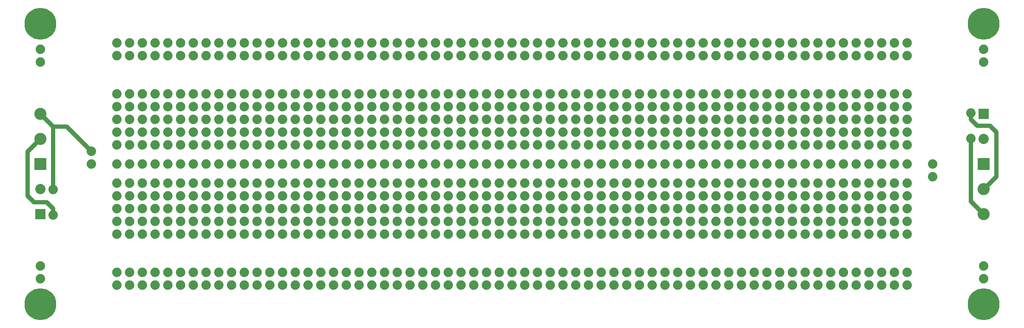
<source format=gbr>
G04 EAGLE Gerber RS-274X export*
G75*
%MOMM*%
%FSLAX34Y34*%
%LPD*%
%INTop Copper*%
%IPPOS*%
%AMOC8*
5,1,8,0,0,1.08239X$1,22.5*%
G01*
%ADD10C,6.350000*%
%ADD11C,1.879600*%
%ADD12R,2.413000X2.413000*%
%ADD13C,2.413000*%
%ADD14R,2.032000X2.032000*%
%ADD15C,2.032000*%
%ADD16C,0.812800*%


D10*
X38100Y38100D03*
X38100Y596900D03*
X1917700Y38100D03*
X1917700Y596900D03*
D11*
X317500Y177800D03*
X317500Y203200D03*
X317500Y228600D03*
X317500Y254000D03*
X317500Y279400D03*
X190500Y177800D03*
X190500Y203200D03*
X190500Y228600D03*
X190500Y254000D03*
X190500Y279400D03*
X215900Y177800D03*
X215900Y203200D03*
X215900Y228600D03*
X215900Y254000D03*
X215900Y279400D03*
X241300Y177800D03*
X241300Y203200D03*
X241300Y228600D03*
X241300Y254000D03*
X241300Y279400D03*
X266700Y177800D03*
X266700Y203200D03*
X266700Y228600D03*
X266700Y254000D03*
X266700Y279400D03*
X292100Y177800D03*
X292100Y203200D03*
X292100Y228600D03*
X292100Y254000D03*
X292100Y279400D03*
X342900Y177800D03*
X342900Y203200D03*
X342900Y228600D03*
X342900Y254000D03*
X342900Y279400D03*
X368300Y177800D03*
X368300Y203200D03*
X368300Y228600D03*
X368300Y254000D03*
X368300Y279400D03*
X393700Y177800D03*
X393700Y203200D03*
X393700Y228600D03*
X393700Y254000D03*
X393700Y279400D03*
X419100Y177800D03*
X419100Y203200D03*
X419100Y228600D03*
X419100Y254000D03*
X419100Y279400D03*
X444500Y177800D03*
X444500Y203200D03*
X444500Y228600D03*
X444500Y254000D03*
X444500Y279400D03*
X469900Y177800D03*
X469900Y203200D03*
X469900Y228600D03*
X469900Y254000D03*
X469900Y279400D03*
X495300Y177800D03*
X495300Y203200D03*
X495300Y228600D03*
X495300Y254000D03*
X495300Y279400D03*
X520700Y177800D03*
X520700Y203200D03*
X520700Y228600D03*
X520700Y254000D03*
X520700Y279400D03*
X546100Y177800D03*
X546100Y203200D03*
X546100Y228600D03*
X546100Y254000D03*
X546100Y279400D03*
X571500Y177800D03*
X571500Y203200D03*
X571500Y228600D03*
X571500Y254000D03*
X571500Y279400D03*
X596900Y177800D03*
X596900Y203200D03*
X596900Y228600D03*
X596900Y254000D03*
X596900Y279400D03*
X622300Y177800D03*
X622300Y203200D03*
X622300Y228600D03*
X622300Y254000D03*
X622300Y279400D03*
X647700Y177800D03*
X647700Y203200D03*
X647700Y228600D03*
X647700Y254000D03*
X647700Y279400D03*
X673100Y177800D03*
X673100Y203200D03*
X673100Y228600D03*
X673100Y254000D03*
X673100Y279400D03*
X698500Y177800D03*
X698500Y203200D03*
X698500Y228600D03*
X698500Y254000D03*
X698500Y279400D03*
X723900Y177800D03*
X723900Y203200D03*
X723900Y228600D03*
X723900Y254000D03*
X723900Y279400D03*
X749300Y177800D03*
X749300Y203200D03*
X749300Y228600D03*
X749300Y254000D03*
X749300Y279400D03*
X774700Y177800D03*
X774700Y203200D03*
X774700Y228600D03*
X774700Y254000D03*
X774700Y279400D03*
X800100Y177800D03*
X800100Y203200D03*
X800100Y228600D03*
X800100Y254000D03*
X800100Y279400D03*
X825500Y177800D03*
X825500Y203200D03*
X825500Y228600D03*
X825500Y254000D03*
X825500Y279400D03*
X850900Y177800D03*
X850900Y203200D03*
X850900Y228600D03*
X850900Y254000D03*
X850900Y279400D03*
X876300Y177800D03*
X876300Y203200D03*
X876300Y228600D03*
X876300Y254000D03*
X876300Y279400D03*
X901700Y177800D03*
X901700Y203200D03*
X901700Y228600D03*
X901700Y254000D03*
X901700Y279400D03*
X927100Y177800D03*
X927100Y203200D03*
X927100Y228600D03*
X927100Y254000D03*
X927100Y279400D03*
X190500Y355600D03*
X190500Y381000D03*
X190500Y406400D03*
X190500Y431800D03*
X190500Y457200D03*
X215900Y355600D03*
X215900Y381000D03*
X215900Y406400D03*
X215900Y431800D03*
X215900Y457200D03*
X241300Y355600D03*
X241300Y381000D03*
X241300Y406400D03*
X241300Y431800D03*
X241300Y457200D03*
X266700Y355600D03*
X266700Y381000D03*
X266700Y406400D03*
X266700Y431800D03*
X266700Y457200D03*
X292100Y355600D03*
X292100Y381000D03*
X292100Y406400D03*
X292100Y431800D03*
X292100Y457200D03*
X317500Y355600D03*
X317500Y381000D03*
X317500Y406400D03*
X317500Y431800D03*
X317500Y457200D03*
X342900Y355600D03*
X342900Y381000D03*
X342900Y406400D03*
X342900Y431800D03*
X342900Y457200D03*
X368300Y355600D03*
X368300Y381000D03*
X368300Y406400D03*
X368300Y431800D03*
X368300Y457200D03*
X393700Y355600D03*
X393700Y381000D03*
X393700Y406400D03*
X393700Y431800D03*
X393700Y457200D03*
X419100Y355600D03*
X419100Y381000D03*
X419100Y406400D03*
X419100Y431800D03*
X419100Y457200D03*
X444500Y355600D03*
X444500Y381000D03*
X444500Y406400D03*
X444500Y431800D03*
X444500Y457200D03*
X495300Y355600D03*
X495300Y381000D03*
X495300Y406400D03*
X495300Y431800D03*
X495300Y457200D03*
X469900Y355600D03*
X469900Y381000D03*
X469900Y406400D03*
X469900Y431800D03*
X469900Y457200D03*
X520700Y355600D03*
X520700Y381000D03*
X520700Y406400D03*
X520700Y431800D03*
X520700Y457200D03*
X546100Y355600D03*
X546100Y381000D03*
X546100Y406400D03*
X546100Y431800D03*
X546100Y457200D03*
X571500Y355600D03*
X571500Y381000D03*
X571500Y406400D03*
X571500Y431800D03*
X571500Y457200D03*
X596900Y355600D03*
X596900Y381000D03*
X596900Y406400D03*
X596900Y431800D03*
X596900Y457200D03*
X622300Y355600D03*
X622300Y381000D03*
X622300Y406400D03*
X622300Y431800D03*
X622300Y457200D03*
X647700Y355600D03*
X647700Y381000D03*
X647700Y406400D03*
X647700Y431800D03*
X647700Y457200D03*
X673100Y355600D03*
X673100Y381000D03*
X673100Y406400D03*
X673100Y431800D03*
X673100Y457200D03*
X698500Y355600D03*
X698500Y381000D03*
X698500Y406400D03*
X698500Y431800D03*
X698500Y457200D03*
X723900Y355600D03*
X723900Y381000D03*
X723900Y406400D03*
X723900Y431800D03*
X723900Y457200D03*
X749300Y355600D03*
X749300Y381000D03*
X749300Y406400D03*
X749300Y431800D03*
X749300Y457200D03*
X774700Y355600D03*
X774700Y381000D03*
X774700Y406400D03*
X774700Y431800D03*
X774700Y457200D03*
X800100Y355600D03*
X800100Y381000D03*
X800100Y406400D03*
X800100Y431800D03*
X800100Y457200D03*
X825500Y355600D03*
X825500Y381000D03*
X825500Y406400D03*
X825500Y431800D03*
X825500Y457200D03*
X850900Y355600D03*
X850900Y381000D03*
X850900Y406400D03*
X850900Y431800D03*
X850900Y457200D03*
X876300Y355600D03*
X876300Y381000D03*
X876300Y406400D03*
X876300Y431800D03*
X876300Y457200D03*
X901700Y355600D03*
X901700Y381000D03*
X901700Y406400D03*
X901700Y431800D03*
X901700Y457200D03*
X927100Y355600D03*
X927100Y381000D03*
X927100Y406400D03*
X927100Y431800D03*
X927100Y457200D03*
X190500Y558800D03*
X215900Y558800D03*
X241300Y558800D03*
X266700Y558800D03*
X292100Y558800D03*
X317500Y558800D03*
X342900Y558800D03*
X368300Y558800D03*
X393700Y558800D03*
X419100Y558800D03*
X444500Y558800D03*
X469900Y558800D03*
X495300Y558800D03*
X520700Y558800D03*
X546100Y558800D03*
X571500Y558800D03*
X596900Y558800D03*
X622300Y558800D03*
X647700Y558800D03*
X673100Y558800D03*
X698500Y558800D03*
X723900Y558800D03*
X749300Y558800D03*
X774700Y558800D03*
X800100Y558800D03*
X825500Y558800D03*
X850900Y558800D03*
X876300Y558800D03*
X901700Y558800D03*
X190500Y533400D03*
X215900Y533400D03*
X241300Y533400D03*
X266700Y533400D03*
X292100Y533400D03*
X317500Y533400D03*
X342900Y533400D03*
X368300Y533400D03*
X393700Y533400D03*
X419100Y533400D03*
X444500Y533400D03*
X469900Y533400D03*
X495300Y533400D03*
X520700Y533400D03*
X546100Y533400D03*
X571500Y533400D03*
X596900Y533400D03*
X622300Y533400D03*
X647700Y533400D03*
X673100Y533400D03*
X698500Y533400D03*
X723900Y533400D03*
X749300Y533400D03*
X774700Y533400D03*
X800100Y533400D03*
X825500Y533400D03*
X850900Y533400D03*
X876300Y533400D03*
X901700Y533400D03*
X190500Y101600D03*
X215900Y101600D03*
X241300Y101600D03*
X266700Y101600D03*
X292100Y101600D03*
X317500Y101600D03*
X342900Y101600D03*
X368300Y101600D03*
X393700Y101600D03*
X419100Y101600D03*
X444500Y101600D03*
X469900Y101600D03*
X495300Y101600D03*
X520700Y101600D03*
X546100Y101600D03*
X571500Y101600D03*
X596900Y101600D03*
X622300Y101600D03*
X647700Y101600D03*
X673100Y101600D03*
X698500Y101600D03*
X723900Y101600D03*
X749300Y101600D03*
X774700Y101600D03*
X800100Y101600D03*
X825500Y101600D03*
X850900Y101600D03*
X876300Y101600D03*
X901700Y101600D03*
X190500Y76200D03*
X215900Y76200D03*
X241300Y76200D03*
X266700Y76200D03*
X292100Y76200D03*
X317500Y76200D03*
X342900Y76200D03*
X368300Y76200D03*
X393700Y76200D03*
X419100Y76200D03*
X444500Y76200D03*
X469900Y76200D03*
X495300Y76200D03*
X520700Y76200D03*
X546100Y76200D03*
X571500Y76200D03*
X596900Y76200D03*
X622300Y76200D03*
X647700Y76200D03*
X673100Y76200D03*
X698500Y76200D03*
X723900Y76200D03*
X749300Y76200D03*
X774700Y76200D03*
X800100Y76200D03*
X825500Y76200D03*
X850900Y76200D03*
X876300Y76200D03*
X901700Y76200D03*
X952500Y355600D03*
X952500Y381000D03*
X952500Y406400D03*
X952500Y431800D03*
X952500Y457200D03*
X1003300Y177800D03*
X1003300Y203200D03*
X1003300Y228600D03*
X1003300Y254000D03*
X1003300Y279400D03*
X1028700Y355600D03*
X1028700Y381000D03*
X1028700Y406400D03*
X1028700Y431800D03*
X1028700Y457200D03*
X977900Y355600D03*
X977900Y381000D03*
X977900Y406400D03*
X977900Y431800D03*
X977900Y457200D03*
X1028700Y177800D03*
X1028700Y203200D03*
X1028700Y228600D03*
X1028700Y254000D03*
X1028700Y279400D03*
X1181100Y177800D03*
X1181100Y203200D03*
X1181100Y228600D03*
X1181100Y254000D03*
X1181100Y279400D03*
X977900Y177800D03*
X977900Y203200D03*
X977900Y228600D03*
X977900Y254000D03*
X977900Y279400D03*
X1003300Y355600D03*
X1003300Y381000D03*
X1003300Y406400D03*
X1003300Y431800D03*
X1003300Y457200D03*
X1054100Y177800D03*
X1054100Y203200D03*
X1054100Y228600D03*
X1054100Y254000D03*
X1054100Y279400D03*
X1054100Y355600D03*
X1054100Y381000D03*
X1054100Y406400D03*
X1054100Y431800D03*
X1054100Y457200D03*
X1079500Y355600D03*
X1079500Y381000D03*
X1079500Y406400D03*
X1079500Y431800D03*
X1079500Y457200D03*
X952500Y177800D03*
X952500Y203200D03*
X952500Y228600D03*
X952500Y254000D03*
X952500Y279400D03*
X1079500Y177800D03*
X1079500Y203200D03*
X1079500Y228600D03*
X1079500Y254000D03*
X1079500Y279400D03*
X1155700Y355600D03*
X1155700Y381000D03*
X1155700Y406400D03*
X1155700Y431800D03*
X1155700Y457200D03*
X1130300Y355600D03*
X1130300Y381000D03*
X1130300Y406400D03*
X1130300Y431800D03*
X1130300Y457200D03*
X1104900Y355600D03*
X1104900Y381000D03*
X1104900Y406400D03*
X1104900Y431800D03*
X1104900Y457200D03*
X1104900Y177800D03*
X1104900Y203200D03*
X1104900Y228600D03*
X1104900Y254000D03*
X1104900Y279400D03*
X1181100Y355600D03*
X1181100Y381000D03*
X1181100Y406400D03*
X1181100Y431800D03*
X1181100Y457200D03*
X1206500Y355600D03*
X1206500Y381000D03*
X1206500Y406400D03*
X1206500Y431800D03*
X1206500Y457200D03*
X1231900Y355600D03*
X1231900Y381000D03*
X1231900Y406400D03*
X1231900Y431800D03*
X1231900Y457200D03*
X1130300Y177800D03*
X1130300Y203200D03*
X1130300Y228600D03*
X1130300Y254000D03*
X1130300Y279400D03*
X1257300Y355600D03*
X1257300Y381000D03*
X1257300Y406400D03*
X1257300Y431800D03*
X1257300Y457200D03*
X1308100Y355600D03*
X1308100Y381000D03*
X1308100Y406400D03*
X1308100Y431800D03*
X1308100Y457200D03*
X1282700Y355600D03*
X1282700Y381000D03*
X1282700Y406400D03*
X1282700Y431800D03*
X1282700Y457200D03*
X1155700Y177800D03*
X1155700Y203200D03*
X1155700Y228600D03*
X1155700Y254000D03*
X1155700Y279400D03*
X1257300Y177800D03*
X1257300Y203200D03*
X1257300Y228600D03*
X1257300Y254000D03*
X1257300Y279400D03*
X1231900Y177800D03*
X1231900Y203200D03*
X1231900Y228600D03*
X1231900Y254000D03*
X1231900Y279400D03*
X1206500Y177800D03*
X1206500Y203200D03*
X1206500Y228600D03*
X1206500Y254000D03*
X1206500Y279400D03*
X1333500Y355600D03*
X1333500Y381000D03*
X1333500Y406400D03*
X1333500Y431800D03*
X1333500Y457200D03*
X1358900Y355600D03*
X1358900Y381000D03*
X1358900Y406400D03*
X1358900Y431800D03*
X1358900Y457200D03*
X1384300Y355600D03*
X1384300Y381000D03*
X1384300Y406400D03*
X1384300Y431800D03*
X1384300Y457200D03*
X1409700Y355600D03*
X1409700Y381000D03*
X1409700Y406400D03*
X1409700Y431800D03*
X1409700Y457200D03*
X1511300Y355600D03*
X1511300Y381000D03*
X1511300Y406400D03*
X1511300Y431800D03*
X1511300Y457200D03*
X1485900Y355600D03*
X1485900Y381000D03*
X1485900Y406400D03*
X1485900Y431800D03*
X1485900Y457200D03*
X1460500Y355600D03*
X1460500Y381000D03*
X1460500Y406400D03*
X1460500Y431800D03*
X1460500Y457200D03*
X1435100Y355600D03*
X1435100Y381000D03*
X1435100Y406400D03*
X1435100Y431800D03*
X1435100Y457200D03*
X1282700Y177800D03*
X1282700Y203200D03*
X1282700Y228600D03*
X1282700Y254000D03*
X1282700Y279400D03*
X1308100Y177800D03*
X1308100Y203200D03*
X1308100Y228600D03*
X1308100Y254000D03*
X1308100Y279400D03*
X1333500Y177800D03*
X1333500Y203200D03*
X1333500Y228600D03*
X1333500Y254000D03*
X1333500Y279400D03*
X1358900Y177800D03*
X1358900Y203200D03*
X1358900Y228600D03*
X1358900Y254000D03*
X1358900Y279400D03*
X1536700Y355600D03*
X1536700Y381000D03*
X1536700Y406400D03*
X1536700Y431800D03*
X1536700Y457200D03*
X1562100Y355600D03*
X1562100Y381000D03*
X1562100Y406400D03*
X1562100Y431800D03*
X1562100Y457200D03*
X1587500Y355600D03*
X1587500Y381000D03*
X1587500Y406400D03*
X1587500Y431800D03*
X1587500Y457200D03*
X1612900Y355600D03*
X1612900Y381000D03*
X1612900Y406400D03*
X1612900Y431800D03*
X1612900Y457200D03*
X1384300Y177800D03*
X1384300Y203200D03*
X1384300Y228600D03*
X1384300Y254000D03*
X1384300Y279400D03*
X1409700Y177800D03*
X1409700Y203200D03*
X1409700Y228600D03*
X1409700Y254000D03*
X1409700Y279400D03*
X1435100Y177800D03*
X1435100Y203200D03*
X1435100Y228600D03*
X1435100Y254000D03*
X1435100Y279400D03*
X1485900Y177800D03*
X1485900Y203200D03*
X1485900Y228600D03*
X1485900Y254000D03*
X1485900Y279400D03*
X1536700Y177800D03*
X1536700Y203200D03*
X1536700Y228600D03*
X1536700Y254000D03*
X1536700Y279400D03*
X1587500Y177800D03*
X1587500Y203200D03*
X1587500Y228600D03*
X1587500Y254000D03*
X1587500Y279400D03*
X1612900Y177800D03*
X1612900Y203200D03*
X1612900Y228600D03*
X1612900Y254000D03*
X1612900Y279400D03*
X1460500Y177800D03*
X1460500Y203200D03*
X1460500Y228600D03*
X1460500Y254000D03*
X1460500Y279400D03*
X1511300Y177800D03*
X1511300Y203200D03*
X1511300Y228600D03*
X1511300Y254000D03*
X1511300Y279400D03*
X1562100Y177800D03*
X1562100Y203200D03*
X1562100Y228600D03*
X1562100Y254000D03*
X1562100Y279400D03*
X1638300Y177800D03*
X1638300Y203200D03*
X1638300Y228600D03*
X1638300Y254000D03*
X1638300Y279400D03*
X1638300Y355600D03*
X1638300Y381000D03*
X1638300Y406400D03*
X1638300Y431800D03*
X1638300Y457200D03*
X1689100Y355600D03*
X1689100Y381000D03*
X1689100Y406400D03*
X1689100Y431800D03*
X1689100Y457200D03*
X1689100Y177800D03*
X1689100Y203200D03*
X1689100Y228600D03*
X1689100Y254000D03*
X1689100Y279400D03*
X1663700Y355600D03*
X1663700Y381000D03*
X1663700Y406400D03*
X1663700Y431800D03*
X1663700Y457200D03*
X1663700Y177800D03*
X1663700Y203200D03*
X1663700Y228600D03*
X1663700Y254000D03*
X1663700Y279400D03*
X927100Y558800D03*
X952500Y558800D03*
X977900Y558800D03*
X1003300Y558800D03*
X1028700Y558800D03*
X1054100Y558800D03*
X1079500Y558800D03*
X1104900Y558800D03*
X1130300Y558800D03*
X1155700Y558800D03*
X1181100Y558800D03*
X1206500Y558800D03*
X1231900Y558800D03*
X1257300Y558800D03*
X1282700Y558800D03*
X1308100Y558800D03*
X1333500Y558800D03*
X1358900Y558800D03*
X1384300Y558800D03*
X1409700Y558800D03*
X1435100Y558800D03*
X1460500Y558800D03*
X1485900Y558800D03*
X1511300Y558800D03*
X1536700Y558800D03*
X1562100Y558800D03*
X1587500Y558800D03*
X1612900Y558800D03*
X1638300Y558800D03*
X927100Y533400D03*
X952500Y533400D03*
X977900Y533400D03*
X1003300Y533400D03*
X1028700Y533400D03*
X1054100Y533400D03*
X1079500Y533400D03*
X1104900Y533400D03*
X1130300Y533400D03*
X1155700Y533400D03*
X1181100Y533400D03*
X1206500Y533400D03*
X1231900Y533400D03*
X1257300Y533400D03*
X1282700Y533400D03*
X1308100Y533400D03*
X1333500Y533400D03*
X1358900Y533400D03*
X1384300Y533400D03*
X1409700Y533400D03*
X1435100Y533400D03*
X1460500Y533400D03*
X1485900Y533400D03*
X1511300Y533400D03*
X1536700Y533400D03*
X1562100Y533400D03*
X1587500Y533400D03*
X1612900Y533400D03*
X1638300Y533400D03*
X1663700Y533400D03*
X1689100Y533400D03*
X1714500Y533400D03*
X1739900Y533400D03*
X1765300Y533400D03*
X1663700Y558800D03*
X1689100Y558800D03*
X1714500Y558800D03*
X1739900Y558800D03*
X1765300Y558800D03*
X927100Y101600D03*
X952500Y101600D03*
X977900Y101600D03*
X1003300Y101600D03*
X1028700Y101600D03*
X1054100Y101600D03*
X1079500Y101600D03*
X1104900Y101600D03*
X1130300Y101600D03*
X1155700Y101600D03*
X1181100Y101600D03*
X1206500Y101600D03*
X1231900Y101600D03*
X1257300Y101600D03*
X1282700Y101600D03*
X1308100Y101600D03*
X1333500Y101600D03*
X1358900Y101600D03*
X1384300Y101600D03*
X1409700Y101600D03*
X1435100Y101600D03*
X1460500Y101600D03*
X1485900Y101600D03*
X1511300Y101600D03*
X1536700Y101600D03*
X1562100Y101600D03*
X1587500Y101600D03*
X1612900Y101600D03*
X1638300Y101600D03*
X927100Y76200D03*
X952500Y76200D03*
X977900Y76200D03*
X1003300Y76200D03*
X1028700Y76200D03*
X1054100Y76200D03*
X1079500Y76200D03*
X1104900Y76200D03*
X1130300Y76200D03*
X1155700Y76200D03*
X1181100Y76200D03*
X1206500Y76200D03*
X1231900Y76200D03*
X1257300Y76200D03*
X1282700Y76200D03*
X1308100Y76200D03*
X1333500Y76200D03*
X1358900Y76200D03*
X1384300Y76200D03*
X1409700Y76200D03*
X1435100Y76200D03*
X1460500Y76200D03*
X1485900Y76200D03*
X1511300Y76200D03*
X1536700Y76200D03*
X1562100Y76200D03*
X1587500Y76200D03*
X1612900Y76200D03*
X1638300Y76200D03*
X1663700Y76200D03*
X1689100Y76200D03*
X1714500Y76200D03*
X1739900Y76200D03*
X1765300Y76200D03*
X1663700Y101600D03*
X1689100Y101600D03*
X1714500Y101600D03*
X1739900Y101600D03*
X1765300Y101600D03*
X190500Y317500D03*
X215900Y317500D03*
X241300Y317500D03*
X266700Y317500D03*
X292100Y317500D03*
X317500Y317500D03*
X342900Y317500D03*
X368300Y317500D03*
X393700Y317500D03*
X419100Y317500D03*
X444500Y317500D03*
X469900Y317500D03*
X495300Y317500D03*
X520700Y317500D03*
X546100Y317500D03*
X571500Y317500D03*
X596900Y317500D03*
X622300Y317500D03*
X647700Y317500D03*
X673100Y317500D03*
X698500Y317500D03*
X723900Y317500D03*
X749300Y317500D03*
X774700Y317500D03*
X800100Y317500D03*
X825500Y317500D03*
X850900Y317500D03*
X876300Y317500D03*
X901700Y317500D03*
X927100Y317500D03*
X952500Y317500D03*
X977900Y317500D03*
X1003300Y317500D03*
X1028700Y317500D03*
X1054100Y317500D03*
X1079500Y317500D03*
X1104900Y317500D03*
X1130300Y317500D03*
X1155700Y317500D03*
X1181100Y317500D03*
X1206500Y317500D03*
X1231900Y317500D03*
X1257300Y317500D03*
X1282700Y317500D03*
X1308100Y317500D03*
X1333500Y317500D03*
X1358900Y317500D03*
X1384300Y317500D03*
X1409700Y317500D03*
X1435100Y317500D03*
X1460500Y317500D03*
X1485900Y317500D03*
X1511300Y317500D03*
X1536700Y317500D03*
X1562100Y317500D03*
X1587500Y317500D03*
X1612900Y317500D03*
X1638300Y317500D03*
X1663700Y317500D03*
X1689100Y317500D03*
X1714500Y317500D03*
X1739900Y317500D03*
X1765300Y317500D03*
X1714500Y355600D03*
X1714500Y381000D03*
X1714500Y406400D03*
X1714500Y431800D03*
X1714500Y457200D03*
X1739900Y355600D03*
X1739900Y381000D03*
X1739900Y406400D03*
X1739900Y431800D03*
X1739900Y457200D03*
X1765300Y355600D03*
X1765300Y381000D03*
X1765300Y406400D03*
X1765300Y431800D03*
X1765300Y457200D03*
X1714500Y177800D03*
X1714500Y203200D03*
X1714500Y228600D03*
X1714500Y254000D03*
X1714500Y279400D03*
X1739900Y177800D03*
X1739900Y203200D03*
X1739900Y228600D03*
X1739900Y254000D03*
X1739900Y279400D03*
X1765300Y177800D03*
X1765300Y203200D03*
X1765300Y228600D03*
X1765300Y254000D03*
X1765300Y279400D03*
D12*
X38100Y317500D03*
D13*
X38100Y367500D03*
X38100Y417500D03*
D12*
X1917700Y317500D03*
D13*
X1917700Y267500D03*
X1917700Y217500D03*
D14*
X1917700Y417500D03*
D15*
X1917700Y367500D03*
D14*
X38100Y217500D03*
D15*
X38100Y267500D03*
D11*
X38100Y520700D03*
X38100Y546100D03*
X38100Y114300D03*
X38100Y88900D03*
X1917700Y88900D03*
X1917700Y114300D03*
X1917700Y546100D03*
X1917700Y520700D03*
X139700Y342900D03*
X139700Y317500D03*
X1816100Y317500D03*
X1816100Y292100D03*
X63500Y215900D03*
X63500Y266700D03*
X1892300Y419100D03*
X1892300Y368300D03*
D16*
X63500Y392100D02*
X38100Y417500D01*
X63500Y392100D02*
X90500Y392100D01*
X139700Y342900D01*
X63500Y392100D02*
X63500Y266700D01*
X50800Y241300D02*
X63500Y228600D01*
X50800Y241300D02*
X25400Y241300D01*
X12700Y254000D01*
X12700Y342100D01*
X38100Y367500D01*
X63500Y228600D02*
X63500Y215900D01*
X1930400Y393700D02*
X1943100Y381000D01*
X1943100Y292100D01*
X1918500Y267500D01*
X1917700Y267500D01*
X1892300Y406400D02*
X1892300Y419100D01*
X1892300Y406400D02*
X1905000Y393700D01*
X1930400Y393700D01*
X1892300Y242900D02*
X1917700Y217500D01*
X1892300Y242900D02*
X1892300Y368300D01*
M02*

</source>
